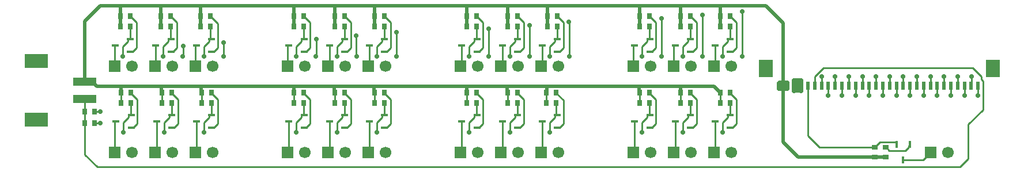
<source format=gbl>
G04*
G04 #@! TF.GenerationSoftware,Altium Limited,Altium Designer,24.0.1 (36)*
G04*
G04 Layer_Physical_Order=2*
G04 Layer_Color=12517376*
%FSLAX44Y44*%
%MOMM*%
G71*
G04*
G04 #@! TF.SameCoordinates,6AB65015-FC58-47BD-B1F7-23B370D85B0D*
G04*
G04*
G04 #@! TF.FilePolarity,Positive*
G04*
G01*
G75*
%ADD10C,0.2540*%
%ADD14C,1.7000*%
%ADD15R,1.7000X1.7000*%
%ADD16C,0.7000*%
%ADD17R,0.7500X0.8500*%
%ADD18R,0.5000X1.2500*%
%ADD19R,2.0000X2.5000*%
%ADD20R,0.4500X1.0000*%
%ADD21R,0.8500X0.7500*%
%ADD22R,3.5000X2.0000*%
%ADD23R,3.5000X1.2000*%
%ADD24R,1.0000X0.4500*%
%ADD25C,0.5080*%
G36*
X1315720Y670560D02*
X1313180Y668020D01*
Y657860D01*
X1315720Y655320D01*
X1329182Y655320D01*
X1331722Y657860D01*
Y668274D01*
X1329436Y670560D01*
X1315720D01*
D02*
G37*
G36*
X1336548Y674116D02*
X1335024Y672592D01*
Y654304D01*
X1336548Y652780D01*
X1350518D01*
X1352042Y654304D01*
X1352042Y672592D01*
X1350518Y674116D01*
X1336548Y674116D01*
D02*
G37*
D10*
X296280Y624840D02*
Y644000D01*
Y561732D02*
Y608330D01*
Y624840D01*
X314452Y543560D02*
X1582166D01*
X296280Y561732D02*
X314452Y543560D01*
X296190Y644090D02*
X296280Y644000D01*
X1582166Y543560D02*
X1594104Y555498D01*
Y606298D01*
X1615862Y628056D02*
Y669806D01*
X1594104Y606298D02*
X1615862Y628056D01*
X1613408Y672260D02*
X1615862Y669806D01*
X1613408Y672260D02*
Y676656D01*
X1600454Y689610D02*
X1613408Y676656D01*
X1381244Y689610D02*
X1600454D01*
X1368590Y662940D02*
Y676956D01*
X1381244Y689610D01*
X1261872Y706628D02*
Y772048D01*
X1203452Y706628D02*
Y766968D01*
X1143635Y706755D02*
X1143762Y706628D01*
X1143635Y706755D02*
Y761761D01*
X1143508Y761888D02*
X1143635Y761761D01*
X1007618Y756808D02*
X1007745Y756681D01*
Y706755D02*
X1007872Y706628D01*
X1007745Y706755D02*
Y756681D01*
X949452Y706628D02*
Y751728D01*
X889762Y706628D02*
Y746648D01*
X753872Y706628D02*
Y741568D01*
X695198Y706882D02*
X695452Y706628D01*
X695198Y706882D02*
Y736488D01*
X618490Y713130D02*
X621240D01*
X627300Y719190D01*
X636016Y706882D02*
Y731154D01*
X635762Y706628D02*
X636016Y706882D01*
Y731154D02*
X636270Y731408D01*
X499999Y706755D02*
Y726201D01*
X499872Y726328D02*
X499999Y726201D01*
X499872Y706628D02*
X499999Y706755D01*
X440182Y706628D02*
X440436Y706882D01*
Y721248D01*
X1233170Y594868D02*
Y608940D01*
X1240870Y616640D02*
Y619390D01*
X1233170Y608940D02*
X1240870Y616640D01*
X1174750Y594868D02*
Y608940D01*
X1182450Y616640D02*
Y619390D01*
X1174750Y608940D02*
X1182450Y616640D01*
X1115060Y594868D02*
Y608940D01*
X1122760Y616640D02*
Y619390D01*
X1115060Y608940D02*
X1122760Y616640D01*
X979170Y594868D02*
Y608940D01*
X986870Y616640D02*
Y619390D01*
X979170Y608940D02*
X986870Y616640D01*
X920750Y594868D02*
Y608940D01*
X928450Y616640D02*
Y619390D01*
X920750Y608940D02*
X928450Y616640D01*
X861060Y594868D02*
Y608940D01*
X868760Y616640D02*
Y619390D01*
X861060Y608940D02*
X868760Y616640D01*
X725170Y594868D02*
Y608940D01*
X732870Y616640D02*
Y619390D01*
X725170Y608940D02*
X732870Y616640D01*
X666750Y594868D02*
Y608940D01*
X674450Y616640D02*
Y619390D01*
X666750Y608940D02*
X674450Y616640D01*
X607060Y594868D02*
Y608940D01*
X614760Y616640D02*
Y619390D01*
X607060Y608940D02*
X614760Y616640D01*
X471170Y594868D02*
Y608940D01*
X478870Y616640D02*
Y619390D01*
X471170Y608940D02*
X478870Y616640D01*
X412750Y594868D02*
Y608940D01*
X420450Y616640D02*
Y619390D01*
X412750Y608940D02*
X420450Y616640D01*
X353060Y594868D02*
Y608940D01*
X360760Y616640D02*
Y619390D01*
X353060Y608940D02*
X360760Y616640D01*
X1233170Y706628D02*
Y720700D01*
X1240870Y728400D02*
Y731150D01*
X1233170Y720700D02*
X1240870Y728400D01*
X1174750Y706628D02*
Y720700D01*
X1182450Y728400D02*
Y731150D01*
X1174750Y720700D02*
X1182450Y728400D01*
X1115060Y706628D02*
Y720700D01*
X1122760Y728400D02*
Y731150D01*
X1115060Y720700D02*
X1122760Y728400D01*
X979170Y706628D02*
Y720700D01*
X986870Y728400D02*
Y731150D01*
X979170Y720700D02*
X986870Y728400D01*
X920750Y706628D02*
Y720700D01*
X928450Y728400D02*
Y731150D01*
X920750Y720700D02*
X928450Y728400D01*
X725170Y706628D02*
Y720700D01*
X732870Y728400D02*
Y731150D01*
X725170Y720700D02*
X732870Y728400D01*
X666750Y706628D02*
Y720700D01*
X674450Y728400D02*
Y731150D01*
X666750Y720700D02*
X674450Y728400D01*
X607060Y706628D02*
Y720700D01*
X614760Y728400D02*
Y731150D01*
X607060Y720700D02*
X614760Y728400D01*
X471170Y706628D02*
Y720700D01*
X478870Y728400D02*
Y731150D01*
X471170Y720700D02*
X478870Y728400D01*
X411480Y706628D02*
Y720700D01*
X419180Y728400D02*
Y731150D01*
X411480Y720700D02*
X419180Y728400D01*
X351790Y720700D02*
X359490Y728400D01*
Y731150D01*
X351790Y706628D02*
Y720700D01*
X1221920Y693755D02*
Y722630D01*
X1220255Y692090D02*
X1221920Y693755D01*
X869740Y732130D02*
X872490D01*
X868760Y731150D02*
X869740Y732130D01*
X861060Y706628D02*
Y720700D01*
X868760Y728400D02*
Y731150D01*
X861060Y720700D02*
X868760Y728400D01*
X1244230Y732500D02*
X1244600Y732130D01*
X481940D02*
X482600D01*
X1368590Y662940D02*
X1368996Y662533D01*
X310780Y608330D02*
X319264D01*
X310780Y624840D02*
X319264D01*
X1378609Y676637D02*
X1378628Y676656D01*
X1378609Y662959D02*
Y676637D01*
X1398609D02*
X1398628Y676656D01*
X1398609Y662959D02*
Y676637D01*
X1418609D02*
X1418628Y676656D01*
X1418609Y662959D02*
Y676637D01*
X1438609D02*
X1438628Y676656D01*
X1438609Y662959D02*
Y676637D01*
X1458609D02*
X1458628Y676656D01*
X1458609Y662959D02*
Y676637D01*
X1478609D02*
X1478628Y676656D01*
X1478609Y662959D02*
Y676637D01*
X1498609D02*
X1498628Y676656D01*
X1498609Y662959D02*
Y676637D01*
X1518609D02*
X1518628Y676656D01*
X1518609Y662959D02*
Y676637D01*
X1538609D02*
X1538628Y676656D01*
X1538609Y662959D02*
Y676637D01*
X1558609D02*
X1558628Y676656D01*
X1558609Y662959D02*
Y676637D01*
X1578609D02*
X1578628Y676656D01*
X1578609Y662959D02*
Y676637D01*
X1598609D02*
X1598628Y676656D01*
X1598609Y662959D02*
Y676637D01*
X1608552Y649224D02*
X1608571Y649243D01*
Y662921D01*
X1588552Y649224D02*
X1588571Y649243D01*
Y662921D01*
X1568552Y649224D02*
X1568571Y649243D01*
Y662921D01*
X1548552Y649224D02*
X1548571Y649243D01*
Y662921D01*
X1528552Y649224D02*
X1528571Y649243D01*
Y662921D01*
X1508552Y649224D02*
X1508571Y649243D01*
Y662921D01*
X1488552Y649224D02*
X1488571Y649243D01*
Y662921D01*
X1468552Y649224D02*
X1468571Y649243D01*
Y662921D01*
X1448552Y649224D02*
X1448571Y649243D01*
Y662921D01*
X1428552Y649224D02*
X1428571Y649243D01*
Y662921D01*
X1408552Y649224D02*
X1408571Y649243D01*
Y662921D01*
X1388552Y649224D02*
X1388571Y649243D01*
Y662921D01*
X1344930Y664972D02*
X1348740Y668782D01*
X1473700Y572400D02*
X1476180Y569920D01*
Y569420D02*
Y569920D01*
Y569420D02*
X1478280Y567320D01*
X1502040D01*
X1473200Y572400D02*
X1473700D01*
X1375780D02*
X1456690D01*
X1358590Y589590D02*
X1375780Y572400D01*
X1358590Y589590D02*
Y662940D01*
X1464750Y579960D02*
X1488120D01*
X1489100Y576580D02*
Y578980D01*
X1488120Y579960D02*
X1489100Y578980D01*
X1507120Y575600D02*
X1508100Y576580D01*
X1507120Y572400D02*
Y575600D01*
X1502040Y567320D02*
X1507120Y572400D01*
X1457190Y572400D02*
X1464750Y579960D01*
X1456690Y572400D02*
X1457190D01*
X1498600Y553900D02*
X1527990D01*
X1539240Y565150D01*
X1162317Y722630D02*
X1163500D01*
X1161337Y721650D02*
X1162317Y722630D01*
X1161337Y692090D02*
Y721650D01*
X1102420D02*
X1103400Y722630D01*
X1103810D01*
X1102420Y692090D02*
Y721650D01*
X909500Y694253D02*
Y722630D01*
X907337Y692090D02*
X909500Y694253D01*
X848420Y692090D02*
X849810Y693480D01*
Y722630D01*
X713920Y693755D02*
Y722630D01*
X712255Y692090D02*
X713920Y693755D01*
X653337Y692090D02*
X655500Y694253D01*
Y722630D01*
X594420Y721650D02*
X595400Y722630D01*
X594420Y692090D02*
Y721650D01*
X595400Y722630D02*
X595810D01*
X458255Y692090D02*
Y721650D01*
X459235Y722630D02*
X459920D01*
X458255Y721650D02*
X459235Y722630D01*
X399337Y692090D02*
X400230Y692983D01*
Y722630D01*
X340420Y722510D02*
X340540Y722630D01*
X340420Y692090D02*
Y722510D01*
X967920Y693755D02*
Y722630D01*
X966255Y692090D02*
X967920Y693755D01*
X1229730Y637540D02*
Y652780D01*
X1171310Y637540D02*
Y652780D01*
X1111620Y637540D02*
Y652780D01*
X974460Y637540D02*
Y652780D01*
X917310Y637540D02*
Y652780D01*
X857620Y637540D02*
Y652780D01*
X721730Y637540D02*
Y652780D01*
X663310Y637540D02*
Y652780D01*
X603620Y637540D02*
Y652780D01*
X467730Y637540D02*
Y652780D01*
X409310Y637540D02*
Y652780D01*
X349620Y637540D02*
Y652780D01*
X1221920Y566755D02*
Y610870D01*
X1220255Y565090D02*
X1221920Y566755D01*
X1244230Y652280D02*
X1253410Y643100D01*
X1247350Y601370D02*
X1253410Y607430D01*
X1244600Y601370D02*
X1247350D01*
X1244230Y652280D02*
Y652780D01*
X1253410Y607430D02*
Y643100D01*
X1244230Y620740D02*
X1244600Y620370D01*
X1244230Y620740D02*
Y637540D01*
X1161337Y565090D02*
X1163500Y567253D01*
Y610870D01*
X1188930Y601370D02*
X1194990Y607430D01*
X1185810Y652280D02*
Y652780D01*
Y652280D02*
X1194990Y643100D01*
Y607430D02*
Y643100D01*
X1186180Y601370D02*
X1188930D01*
X1185810Y620740D02*
X1186180Y620370D01*
X1185810Y620740D02*
Y637540D01*
X1103810Y566480D02*
Y610870D01*
X1102420Y565090D02*
X1103810Y566480D01*
X1126490Y601370D02*
X1129240D01*
X1135300Y607430D01*
Y643100D01*
X1126120Y652280D02*
X1135300Y643100D01*
X1126120Y652280D02*
Y652780D01*
Y620740D02*
Y637540D01*
Y620740D02*
X1126490Y620370D01*
X966255Y565090D02*
X967920Y566755D01*
Y610870D01*
X990600Y601370D02*
X993350D01*
X999410Y607430D01*
Y641830D01*
X988960Y652280D02*
X999410Y641830D01*
X988960Y652280D02*
Y652780D01*
Y621350D02*
X989940Y620370D01*
X988960Y621350D02*
Y637540D01*
X989940Y620370D02*
X990600D01*
X907337Y565090D02*
X909500Y567253D01*
Y610870D01*
X932180Y601370D02*
X934930D01*
X940990Y607430D01*
X931810Y652280D02*
X940990Y643100D01*
Y607430D02*
Y643100D01*
X931810Y652280D02*
Y652780D01*
Y620740D02*
Y637540D01*
Y620740D02*
X932180Y620370D01*
X848420Y565090D02*
X849810Y566480D01*
Y610870D01*
X872490Y601370D02*
X875240D01*
X881300Y607430D01*
Y643100D01*
X872120Y652280D02*
X881300Y643100D01*
X872120Y652280D02*
Y652780D01*
Y620740D02*
Y637540D01*
Y620740D02*
X872490Y620370D01*
X712255Y565090D02*
X713920Y566755D01*
Y610870D01*
X736600Y601370D02*
X739350D01*
X745410Y607430D02*
Y643100D01*
X736230Y652280D02*
X745410Y643100D01*
X736230Y652280D02*
Y652780D01*
X739350Y601370D02*
X745410Y607430D01*
X736230Y620740D02*
Y637540D01*
Y620740D02*
X736600Y620370D01*
X655500Y567253D02*
Y610870D01*
X653337Y565090D02*
X655500Y567253D01*
X680930Y601370D02*
X686990Y607430D01*
Y643100D01*
X677810Y652280D02*
X686990Y643100D01*
X678180Y601370D02*
X680930D01*
X677810Y652280D02*
Y652780D01*
Y620740D02*
Y637540D01*
Y620740D02*
X678180Y620370D01*
X595810Y566480D02*
Y610870D01*
X594420Y565090D02*
X595810Y566480D01*
X618490Y601370D02*
X621240D01*
X627300Y607430D02*
Y643100D01*
X618120Y652280D02*
X627300Y643100D01*
X618120Y652280D02*
Y652780D01*
X621240Y601370D02*
X627300Y607430D01*
X618120Y620740D02*
Y637540D01*
Y620740D02*
X618490Y620370D01*
X459920Y566755D02*
Y610870D01*
X458255Y565090D02*
X459920Y566755D01*
X482600Y601370D02*
X485350D01*
X491410Y607430D01*
Y643100D01*
X482230Y652280D02*
X491410Y643100D01*
X482230Y652280D02*
Y652780D01*
Y620740D02*
Y637540D01*
Y620740D02*
X482600Y620370D01*
X401500Y567253D02*
Y610870D01*
X399337Y565090D02*
X401500Y567253D01*
X424180Y601370D02*
X426930D01*
X432990Y607430D01*
Y643100D01*
X423810Y652280D02*
X432990Y643100D01*
X423810Y652280D02*
Y652780D01*
Y620740D02*
X424180Y620370D01*
X423810Y620740D02*
Y637540D01*
X340420Y609890D02*
X341400Y610870D01*
X340420Y565090D02*
Y609890D01*
X341400Y610870D02*
X341810D01*
X364490Y601370D02*
X367240D01*
X373300Y607430D01*
Y643100D01*
X364120Y652280D02*
X373300Y643100D01*
X364120Y652280D02*
Y652780D01*
Y620740D02*
X364490Y620370D01*
X364120Y620740D02*
Y637540D01*
X340420Y692090D02*
X340540Y692210D01*
X363220Y713130D02*
X365970D01*
X372030Y719190D01*
Y756130D01*
X362850Y765310D02*
X372030Y756130D01*
X362850Y732500D02*
X363220Y732130D01*
X362850Y732500D02*
Y750570D01*
X422910Y713130D02*
X425660D01*
X431720Y719190D01*
Y756130D01*
X422540Y765310D02*
X431720Y756130D01*
X422540Y732500D02*
Y750570D01*
Y732500D02*
X422910Y732130D01*
X458255Y692090D02*
X459920Y693755D01*
X491410Y719190D02*
Y754860D01*
X482600Y713130D02*
X485350D01*
X491410Y719190D01*
X480960Y765310D02*
X491410Y754860D01*
X480960Y733110D02*
X481940Y732130D01*
X480960Y733110D02*
Y750570D01*
X594420Y692090D02*
X595810Y693480D01*
X627300Y719190D02*
Y756130D01*
X618120Y765310D02*
X627300Y756130D01*
X618120Y732500D02*
Y750570D01*
Y732500D02*
X618490Y732130D01*
X678180Y713130D02*
X680930D01*
X686990Y719190D01*
X677810Y765310D02*
X686990Y756130D01*
Y719190D02*
Y756130D01*
X677810Y732500D02*
Y750570D01*
X739350Y713130D02*
X745410Y719190D01*
Y756130D01*
X736600Y713130D02*
X739350D01*
X736230Y765310D02*
X745410Y756130D01*
X736230Y732500D02*
X736600Y732130D01*
X736230Y732500D02*
Y750570D01*
X872490Y713130D02*
X875240D01*
X881300Y719190D01*
Y756130D01*
X872120Y765310D02*
X881300Y756130D01*
X872120Y732500D02*
Y750570D01*
Y732500D02*
X872490Y732130D01*
X934930Y713130D02*
X940990Y719190D01*
X931810Y765310D02*
X940990Y756130D01*
Y719190D02*
Y756130D01*
X932180Y713130D02*
X934930D01*
X931810Y732500D02*
Y750570D01*
Y732500D02*
X932180Y732130D01*
X990600Y713130D02*
X993350D01*
X999410Y719190D01*
Y756130D01*
X990230Y765310D02*
X999410Y756130D01*
X990230Y732500D02*
X990600Y732130D01*
X990230Y732500D02*
Y750570D01*
X1102420Y692090D02*
X1103810Y693480D01*
X1126490Y713130D02*
X1129240D01*
X1135300Y719190D01*
X1126120Y765310D02*
X1135300Y756130D01*
Y719190D02*
Y756130D01*
X1126120Y732500D02*
Y750570D01*
Y732500D02*
X1126490Y732130D01*
X1161337Y692090D02*
X1163500Y694253D01*
X1185810Y732500D02*
Y750570D01*
Y732500D02*
X1186180Y732130D01*
X1188930Y713130D02*
X1194990Y719190D01*
X1186180Y713130D02*
X1188930D01*
X1185810Y765310D02*
X1194990Y756130D01*
Y719190D02*
Y756130D01*
X1244230Y732500D02*
Y750570D01*
Y765310D02*
X1253410Y756130D01*
Y719190D02*
Y756130D01*
X1244600Y713130D02*
X1247350D01*
X1253410Y719190D01*
D14*
X1564640Y565150D02*
D03*
X1245655Y692090D02*
D03*
X1186737D02*
D03*
X678737D02*
D03*
X1127820Y565090D02*
D03*
X1186737D02*
D03*
X1245655D02*
D03*
X873820D02*
D03*
X932737D02*
D03*
X991655D02*
D03*
X619820D02*
D03*
X678737D02*
D03*
X737655D02*
D03*
X365820D02*
D03*
X424737D02*
D03*
X483655D02*
D03*
X1127820Y692090D02*
D03*
X873820D02*
D03*
X932737D02*
D03*
X991655D02*
D03*
X619820D02*
D03*
X737655D02*
D03*
X483655D02*
D03*
X424737D02*
D03*
X365820D02*
D03*
D15*
X1539240Y565150D02*
D03*
X1220255Y692090D02*
D03*
X1161337D02*
D03*
X653337D02*
D03*
X1102420Y565090D02*
D03*
X1161337D02*
D03*
X1220255D02*
D03*
X848420D02*
D03*
X907337D02*
D03*
X966255D02*
D03*
X594420D02*
D03*
X653337D02*
D03*
X712255D02*
D03*
X340420D02*
D03*
X399337D02*
D03*
X458255D02*
D03*
X1102420Y692090D02*
D03*
X848420D02*
D03*
X907337D02*
D03*
X966255D02*
D03*
X594420D02*
D03*
X712255D02*
D03*
X458255D02*
D03*
X399337D02*
D03*
X340420D02*
D03*
D16*
X1261872Y772048D02*
D03*
X1203452Y766968D02*
D03*
X1143508Y761888D02*
D03*
X1007618Y756808D02*
D03*
X949452Y751728D02*
D03*
X889762Y746648D02*
D03*
X753872Y741568D02*
D03*
X695198Y736488D02*
D03*
X636270Y731408D02*
D03*
X499872Y726328D02*
D03*
X440436Y721248D02*
D03*
X1233170Y594868D02*
D03*
X1174750D02*
D03*
X1115060D02*
D03*
X979170D02*
D03*
X920750D02*
D03*
X861060D02*
D03*
X725170D02*
D03*
X666750D02*
D03*
X607060D02*
D03*
X471170D02*
D03*
X412750D02*
D03*
X353060D02*
D03*
X1261872Y706628D02*
D03*
X1233170D02*
D03*
X1203452D02*
D03*
X1174750D02*
D03*
X1143762D02*
D03*
X1115060D02*
D03*
X1007872D02*
D03*
X979170D02*
D03*
X949452D02*
D03*
X920750D02*
D03*
X753872D02*
D03*
X725170D02*
D03*
X695452D02*
D03*
X666750D02*
D03*
X635762D02*
D03*
X607060D02*
D03*
X499872D02*
D03*
X471170D02*
D03*
X440182D02*
D03*
X411480D02*
D03*
X351790D02*
D03*
X889762D02*
D03*
X861060D02*
D03*
X319264Y608330D02*
D03*
X319264Y624840D02*
D03*
X1378628Y676656D02*
D03*
X1398628D02*
D03*
X1418628D02*
D03*
X1438628D02*
D03*
X1458628D02*
D03*
X1478628D02*
D03*
X1498628D02*
D03*
X1518628D02*
D03*
X1538628D02*
D03*
X1558628D02*
D03*
X1578628D02*
D03*
X1598628D02*
D03*
X1608552Y649224D02*
D03*
X1588552D02*
D03*
X1568552D02*
D03*
X1548552D02*
D03*
X1528552D02*
D03*
X1508552D02*
D03*
X1488552D02*
D03*
X1468552D02*
D03*
X1448552D02*
D03*
X1428552D02*
D03*
X1408552D02*
D03*
X1388552D02*
D03*
X1348486Y655320D02*
D03*
X1338326Y655574D02*
D03*
Y671068D02*
D03*
X1348486Y670814D02*
D03*
D17*
X310780Y608330D02*
D03*
X296280D02*
D03*
X296280Y624840D02*
D03*
X310780D02*
D03*
X482230Y637540D02*
D03*
X467730D02*
D03*
X362850Y765810D02*
D03*
X348350D02*
D03*
X480960D02*
D03*
X466460D02*
D03*
X480960Y750570D02*
D03*
X466460D02*
D03*
X422540Y765810D02*
D03*
X408040D02*
D03*
X422540Y750570D02*
D03*
X408040D02*
D03*
X362850D02*
D03*
X348350D02*
D03*
X872120Y652780D02*
D03*
X857620D02*
D03*
X872120Y637540D02*
D03*
X857620D02*
D03*
X931810D02*
D03*
X917310D02*
D03*
X988960Y652780D02*
D03*
X974460D02*
D03*
X423810D02*
D03*
X409310D02*
D03*
X482230D02*
D03*
X467730D02*
D03*
X931810D02*
D03*
X917310D02*
D03*
X988960Y637540D02*
D03*
X974460D02*
D03*
X423810D02*
D03*
X409310D02*
D03*
X364120Y652780D02*
D03*
X349620D02*
D03*
X364120Y637540D02*
D03*
X349620D02*
D03*
X990230Y750570D02*
D03*
X975730D02*
D03*
X990230Y765810D02*
D03*
X975730D02*
D03*
X931810Y750570D02*
D03*
X917310D02*
D03*
X931810Y765810D02*
D03*
X917310D02*
D03*
X872120D02*
D03*
X857620D02*
D03*
X872120Y750570D02*
D03*
X857620D02*
D03*
X1126120Y652780D02*
D03*
X1111620D02*
D03*
X1126120Y637540D02*
D03*
X1111620D02*
D03*
X1185810D02*
D03*
X1171310D02*
D03*
X1244230D02*
D03*
X1229730D02*
D03*
X1185810Y652780D02*
D03*
X1171310D02*
D03*
X1244230Y765810D02*
D03*
X1229730D02*
D03*
X1244230Y750570D02*
D03*
X1229730D02*
D03*
X1185810D02*
D03*
X1171310D02*
D03*
X677810D02*
D03*
X663310D02*
D03*
X677810Y765810D02*
D03*
X663310D02*
D03*
X1126120D02*
D03*
X1111620D02*
D03*
X1126120Y750570D02*
D03*
X1111620D02*
D03*
X1244230Y652780D02*
D03*
X1229730D02*
D03*
X1185810Y765810D02*
D03*
X1171310D02*
D03*
X736230Y652780D02*
D03*
X721730D02*
D03*
X736230Y750570D02*
D03*
X721730D02*
D03*
X736230Y765810D02*
D03*
X721730D02*
D03*
X618120D02*
D03*
X603620D02*
D03*
X736230Y637540D02*
D03*
X721730D02*
D03*
X677810Y652780D02*
D03*
X663310D02*
D03*
X677810Y637540D02*
D03*
X663310D02*
D03*
X618120Y652780D02*
D03*
X603620D02*
D03*
X618120Y637540D02*
D03*
X603620D02*
D03*
X618120Y750570D02*
D03*
X603620D02*
D03*
D18*
X1608590Y662940D02*
D03*
X1598590D02*
D03*
X1568590D02*
D03*
X1558590D02*
D03*
X1538590D02*
D03*
X1518590D02*
D03*
X1508590D02*
D03*
X1458590D02*
D03*
X1318590D02*
D03*
X1328590D02*
D03*
X1338590D02*
D03*
X1348590D02*
D03*
X1358590D02*
D03*
X1368590D02*
D03*
X1378590D02*
D03*
X1388590D02*
D03*
X1398590D02*
D03*
X1408590D02*
D03*
X1448590D02*
D03*
X1438590D02*
D03*
X1418590D02*
D03*
X1428590D02*
D03*
X1468590D02*
D03*
X1478590D02*
D03*
X1488590D02*
D03*
X1498590D02*
D03*
X1528590D02*
D03*
X1548590D02*
D03*
X1578590D02*
D03*
X1588590D02*
D03*
D19*
X1296690Y688690D02*
D03*
X1630490D02*
D03*
D20*
X1489100Y576580D02*
D03*
X1508100D02*
D03*
X1498600Y553900D02*
D03*
D21*
X1456690Y557900D02*
D03*
Y572400D02*
D03*
X1473200Y557900D02*
D03*
Y572400D02*
D03*
D22*
X224880Y699860D02*
D03*
Y613320D02*
D03*
D23*
X296190Y669090D02*
D03*
Y644090D02*
D03*
D24*
X655500Y610870D02*
D03*
X678180Y601370D02*
D03*
Y620370D02*
D03*
X849810Y610870D02*
D03*
X872490Y601370D02*
D03*
Y620370D02*
D03*
X1221920Y610870D02*
D03*
X1244600Y601370D02*
D03*
Y620370D02*
D03*
X1163500Y610870D02*
D03*
X1186180Y601370D02*
D03*
Y620370D02*
D03*
X713920Y610870D02*
D03*
X736600Y601370D02*
D03*
Y620370D02*
D03*
X909500Y610870D02*
D03*
X932180Y601370D02*
D03*
Y620370D02*
D03*
X1103810Y610870D02*
D03*
X1126490Y601370D02*
D03*
Y620370D02*
D03*
X967920Y610870D02*
D03*
X990600Y601370D02*
D03*
Y620370D02*
D03*
X459920Y610870D02*
D03*
X482600Y601370D02*
D03*
Y620370D02*
D03*
X401500Y610870D02*
D03*
X424180Y601370D02*
D03*
Y620370D02*
D03*
X595810Y610870D02*
D03*
X618490Y601370D02*
D03*
Y620370D02*
D03*
X340540Y722630D02*
D03*
X363220Y713130D02*
D03*
Y732130D02*
D03*
X400230Y722630D02*
D03*
X422910Y713130D02*
D03*
Y732130D02*
D03*
X459920Y722630D02*
D03*
X482600Y713130D02*
D03*
Y732130D02*
D03*
X967920Y722630D02*
D03*
X990600Y713130D02*
D03*
Y732130D02*
D03*
X341810Y610870D02*
D03*
X364490Y601370D02*
D03*
Y620370D02*
D03*
X909500Y722630D02*
D03*
X932180Y713130D02*
D03*
Y732130D02*
D03*
X849810Y722630D02*
D03*
X872490Y713130D02*
D03*
Y732130D02*
D03*
X1221920Y722630D02*
D03*
X1244600Y713130D02*
D03*
Y732130D02*
D03*
X1163500Y722630D02*
D03*
X1186180Y713130D02*
D03*
Y732130D02*
D03*
X713920Y722630D02*
D03*
X736600Y713130D02*
D03*
Y732130D02*
D03*
X655500Y722630D02*
D03*
X678180Y713130D02*
D03*
Y732130D02*
D03*
X1103810Y722630D02*
D03*
X1126490Y713130D02*
D03*
Y732130D02*
D03*
X595810Y722630D02*
D03*
X618490Y713130D02*
D03*
Y732130D02*
D03*
D25*
X347980Y781304D02*
X408178D01*
X319024D02*
X347980D01*
X348350Y765810D02*
Y780934D01*
Y750570D02*
Y765810D01*
X347980Y781304D02*
X348350Y780934D01*
X408178Y781304D02*
X466090D01*
X408040Y765810D02*
Y781166D01*
Y750570D02*
Y765810D01*
Y781166D02*
X408178Y781304D01*
X466090D02*
X604012D01*
X466460Y765810D02*
Y780934D01*
Y750570D02*
Y765810D01*
X466090Y781304D02*
X466460Y780934D01*
X604012Y781304D02*
X664210D01*
X603620Y765810D02*
Y780912D01*
Y750570D02*
Y765810D01*
Y780912D02*
X604012Y781304D01*
X663310Y765810D02*
Y780404D01*
Y750570D02*
Y765810D01*
Y780404D02*
X664210Y781304D01*
X721868D01*
X858266D01*
X721730Y765810D02*
Y781166D01*
Y750570D02*
Y765810D01*
Y781166D02*
X721868Y781304D01*
X858266D02*
X918972D01*
X857620Y765810D02*
Y780658D01*
Y750570D02*
Y765810D01*
Y780658D02*
X858266Y781304D01*
X918972D02*
X975106D01*
X917310Y765810D02*
Y779642D01*
Y750570D02*
Y765810D01*
Y779642D02*
X918972Y781304D01*
X975106D02*
X1112266D01*
X975730Y765810D02*
Y780680D01*
Y750570D02*
Y765810D01*
X975106Y781304D02*
X975730Y780680D01*
X1112266Y781304D02*
X1171310D01*
X1111620Y765810D02*
Y780658D01*
Y750570D02*
Y765810D01*
Y780658D02*
X1112266Y781304D01*
X1171310D02*
X1228344D01*
X1171310Y750570D02*
Y781304D01*
X1228344D02*
X1296416D01*
X1229730Y765810D02*
Y779918D01*
Y750570D02*
Y765810D01*
X1228344Y781304D02*
X1229730Y779918D01*
X296190Y758470D02*
X319024Y781304D01*
X1296416D02*
X1322324Y755396D01*
X348810Y662110D02*
X349572Y661348D01*
X1322324Y580136D02*
X1344560Y557900D01*
X1322324Y580136D02*
Y755396D01*
X1344560Y557900D02*
X1456690D01*
X1473200D01*
X349572Y652828D02*
Y661348D01*
Y652828D02*
X349620Y652780D01*
X314126Y662110D02*
X407131D01*
X311150Y665086D02*
X314126Y662110D01*
X296190Y669090D02*
X307690D01*
X311150Y665630D01*
Y665086D02*
Y665630D01*
X296190Y669090D02*
Y758470D01*
X916940Y653150D02*
X917310Y652780D01*
X916940Y662110D02*
X975360D01*
X721360D02*
X916940D01*
Y653150D02*
Y662110D01*
X857620Y652780D02*
Y662110D01*
X603620D02*
X662940D01*
X467008D02*
X603620D01*
Y652780D02*
Y662110D01*
X467008Y653502D02*
Y662110D01*
Y653502D02*
X467730Y652780D01*
X408577Y653512D02*
Y660664D01*
Y653512D02*
X409310Y652780D01*
X407131Y662110D02*
X408577Y660664D01*
X407131Y662110D02*
X467008D01*
X1171860D02*
X1220400D01*
X1109980D02*
X1171860D01*
Y653330D02*
Y662110D01*
X1171310Y652780D02*
X1171860Y653330D01*
X975360Y662110D02*
X1109980D01*
X1110410Y661680D01*
Y653990D02*
X1111620Y652780D01*
X1110410Y653990D02*
Y661680D01*
X974460Y652780D02*
X975360Y653680D01*
Y662110D01*
X662940D02*
X721360D01*
Y653150D02*
X721730Y652780D01*
X721360Y653150D02*
Y662110D01*
X662940Y653150D02*
X663310Y652780D01*
X662940Y653150D02*
Y662110D01*
X1228520Y654490D02*
X1229730Y653280D01*
X1220400Y662110D02*
X1228020Y654490D01*
X1229730Y652780D02*
Y653280D01*
X1228020Y654490D02*
X1228520D01*
M02*

</source>
